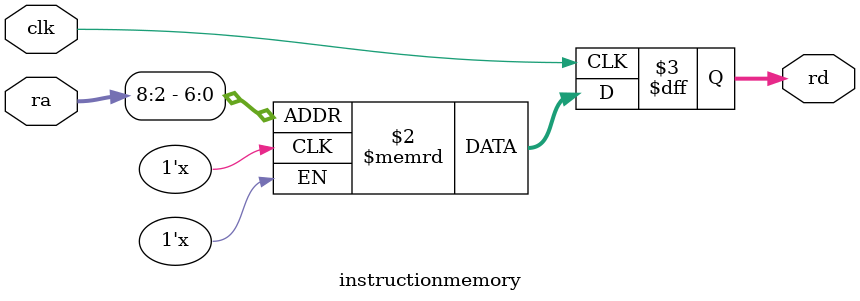
<source format=sv>
`timescale 1ns / 1ps


module instructionmemory#(
    parameter INS_ADDRESS = 9,
    parameter INS_W = 32
     )(
    input logic clk,
    input logic [ INS_ADDRESS -1:0] ra , // Read address of the instruction memory , comes from PC
    output logic [ INS_W -1:0] rd // Read Data
    );
    
logic [INS_W-1 :0] Inst_mem [(2**(INS_ADDRESS-2))-1:0];
   always @(negedge clk) begin
        rd <=  Inst_mem [ra[INS_ADDRESS-1:2]];  
       
        end

//      genvar i;
//      generate
//          for (i = 15; i < 127; i++) begin
//              assign Inst_mem[i] = 32'h00007033;
//          end
//      endgenerate

endmodule


</source>
